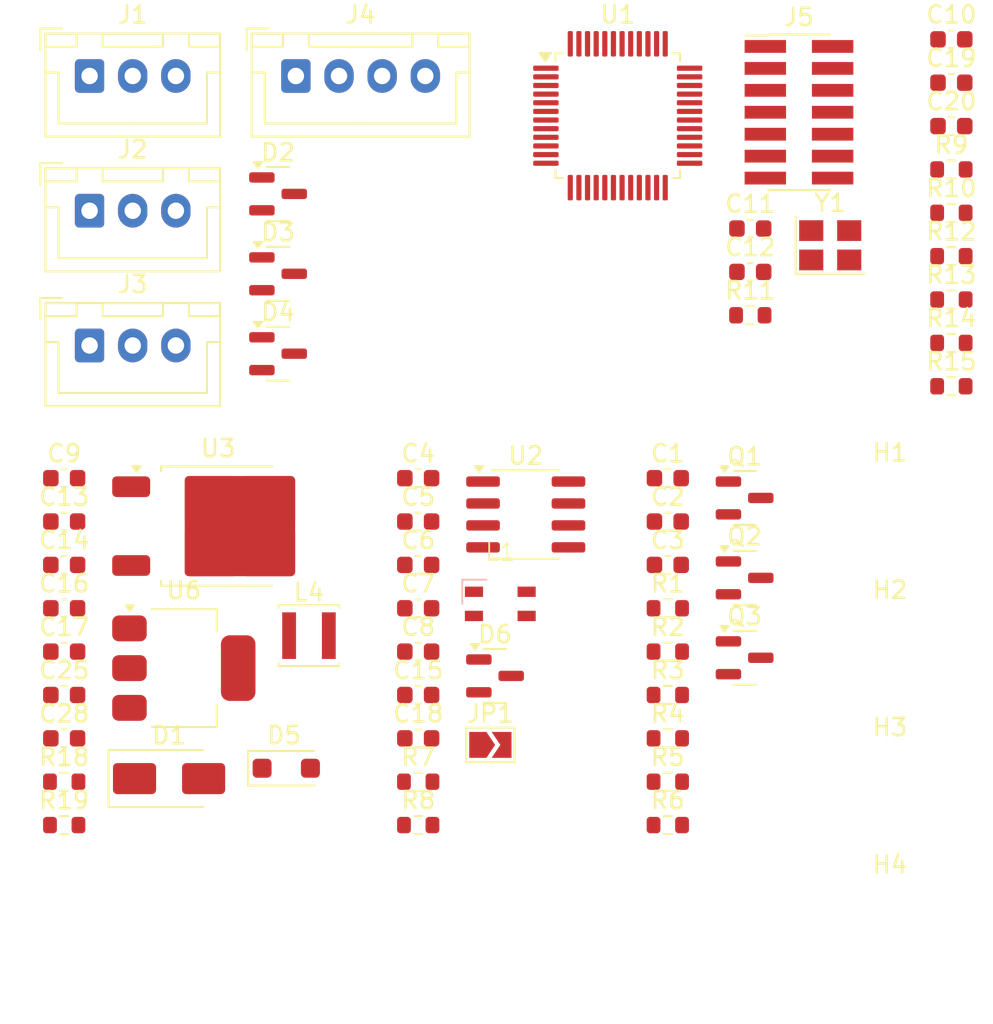
<source format=kicad_pcb>
(kicad_pcb (version 20240108) (generator "pcbnew") (generator_version "8.0")
  (layers (0 "F.Cu" signal) (31 "B.Cu" signal) (34 "B.Paste" user) (35 "F.Paste" user) (36 "B.SilkS" user "B.Silkscreen") (37 "F.SilkS" user "F.Silkscreen") (38 "B.Mask" user) (39 "F.Mask" user) (44 "Edge.Cuts" user))
  (net 0 "")
  (net 1 "/Connectors/FORWARD_LED")
  (net 2 "GND")
  (net 3 "/Connectors/NEUTRAL_LED")
  (net 4 "/Connectors/REVERSE_LED")
  (net 5 "+5V")
  (net 6 "+3.3V")
  (net 7 "Net-(U2-CANL)")
  (net 8 "Net-(U2-CANH)")
  (net 9 "/CAN/CANH")
  (net 10 "/CAN/CANL")
  (net 11 "+12V")
  (net 12 "/Buttons/FORWARD_PUSHED")
  (net 13 "Net-(C11-Pad1)")
  (net 14 "/MCU/OSC_IN")
  (net 15 "Net-(C15-Pad1)")
  (net 16 "/Buttons/NEUTRAL_PUSHED")
  (net 17 "/Buttons/REVERSE_PUSHED")
  (net 18 "/MCU/VSENSE")
  (net 19 "/Connectors/VIN")
  (net 20 "Net-(D1-K)")
  (net 21 "/Buttons/REVERSE_BUTTON")
  (net 22 "/Buttons/NEUTRAL_BUTTON")
  (net 23 "/Buttons/FORWARD_BUTTON")
  (net 25 "Net-(J5-GND-Pad5)")
  (net 37 "Net-(JP1-A)")
  (net 38 "Net-(Q1-D)")
  (net 39 "/LEDs/FORWARD_LIGHT")
  (net 40 "Net-(Q2-D)")
  (net 41 "/LEDs/NEUTRAL_LIGHT")
  (net 42 "/LEDs/REVERSE_LIGHT")
  (net 43 "Net-(Q3-D)")
  (net 44 "/MCU/OSC_OUT")
  (net 89 "/CAN/CAN_TX")
  (net 90 "/CAN/CAN_RX")
  (footprint "Connector_JST:JST_XH_B3B-XH-A_1x03_P2.50mm_Vertical" (layer "F.Cu") (at 120 82.59)
    (property "Reference" "J3" (at 2.5 -3.55 0) (layer "F.SilkS"))
    (property "Value" "REVERSE")
    (pad "1" thru_hole roundrect (at 0 0) (size 1.7 1.95) (drill 0.95) (layers "*.Cu" "*.Mask") (roundrect_rratio 0.147059) (net 5 "+5V"))
    (pad "2" thru_hole oval (at 2.5 0) (size 1.7 1.95) (drill 0.95) (layers "*.Cu" "*.Mask") (net 4 "/Connectors/REVERSE_LED"))
    (pad "3" thru_hole oval (at 5 0) (size 1.7 1.95) (drill 0.95) (layers "*.Cu" "*.Mask") (net 21 "/Buttons/REVERSE_BUTTON"))
  )
  (footprint "Capacitor_SMD:C_0603_1608Metric" (layer "F.Cu") (at 139.04 100.31)
    (property "Reference" "C8" (at 0 -1.43 0) (layer "F.SilkS"))
    (property "Value" "22pF")
    (pad "1" smd roundrect (at -0.775 0) (size 0.9 0.95) (layers "F.Cu" "F.Paste" "F.Mask") (net 9 "/CAN/CANH"))
    (pad "2" smd roundrect (at 0.775 0) (size 0.9 0.95) (layers "F.Cu" "F.Paste" "F.Mask") (net 10 "/CAN/CANL"))
  )
  (footprint "Capacitor_SMD:C_0603_1608Metric" (layer "F.Cu") (at 153.5 95.29)
    (property "Reference" "C3" (at 0 -1.43 0) (layer "F.SilkS"))
    (property "Value" "100nF")
    (pad "1" smd roundrect (at -0.775 0) (size 0.9 0.95) (layers "F.Cu" "F.Paste" "F.Mask") (net 4 "/Connectors/REVERSE_LED"))
    (pad "2" smd roundrect (at 0.775 0) (size 0.9 0.95) (layers "F.Cu" "F.Paste" "F.Mask") (net 2 "GND"))
  )
  (footprint "Resistor_SMD:R_0603_1608Metric" (layer "F.Cu") (at 153.5 110.35)
    (property "Reference" "R6" (at 0 -1.43 0) (layer "F.SilkS"))
    (property "Value" "R")
    (pad "1" smd roundrect (at -0.825 0) (size 0.8 0.95) (layers "F.Cu" "F.Paste" "F.Mask") (net 4 "/Connectors/REVERSE_LED"))
    (pad "2" smd roundrect (at 0.825 0) (size 0.8 0.95) (layers "F.Cu" "F.Paste" "F.Mask") (net 43 "Net-(Q3-D)"))
  )
  (footprint "Jumper:SolderJumper-2_P1.3mm_Open_TrianglePad1.0x1.5mm" (layer "F.Cu") (at 143.22 105.71)
    (property "Reference" "JP1" (at 0 -1.8 0) (layer "F.SilkS"))
    (property "Value" "TERM")
    (pad "1" smd custom (at -0.725 0) (size 0.3 0.3) (layers "F.Cu" "F.Mask") (net 37 "Net-(JP1-A)") (options (clearance outline) (anchor rect)) (primitives (gr_poly (pts (xy 1 0) (xy 0.5 0.75) (xy -0.5 0.75) (xy -0.5 -0.75) (xy 0.5 -0.75)) (width 0) (fill yes))))
    (pad "2" smd custom (at 0.725 0) (size 0.3 0.3) (layers "F.Cu" "F.Mask") (net 9 "/CAN/CANH") (options (clearance outline) (anchor rect)) (primitives (gr_poly (pts (xy 0.5 0.75) (xy -0.65 0.75) (xy -0.15 0) (xy -0.65 -0.75) (xy 0.5 -0.75)) (width 0) (fill yes))))
  )
  (footprint "Capacitor_SMD:C_0603_1608Metric" (layer "F.Cu") (at 118.53 95.29)
    (property "Reference" "C14" (at 0 -1.43 0) (layer "F.SilkS"))
    (property "Value" "10uF 25V")
    (pad "1" smd roundrect (at -0.775 0) (size 0.9 0.95) (layers "F.Cu" "F.Paste" "F.Mask") (net 5 "+5V"))
    (pad "2" smd roundrect (at 0.775 0) (size 0.9 0.95) (layers "F.Cu" "F.Paste" "F.Mask") (net 2 "GND"))
  )
  (footprint "Capacitor_SMD:C_0603_1608Metric" (layer "F.Cu") (at 118.53 90.27)
    (property "Reference" "C9" (at 0 -1.43 0) (layer "F.SilkS"))
    (property "Value" "10uF 25V")
    (pad "1" smd roundrect (at -0.775 0) (size 0.9 0.95) (layers "F.Cu" "F.Paste" "F.Mask") (net 11 "+12V"))
    (pad "2" smd roundrect (at 0.775 0) (size 0.9 0.95) (layers "F.Cu" "F.Paste" "F.Mask") (net 2 "GND"))
  )
  (footprint "Connector_PinHeader_1.27mm:PinHeader_2x07_P1.27mm_Vertical_SMD" (layer "F.Cu") (at 161.1 69.09)
    (property "Reference" "J5" (at 0 -5.505 0) (layer "F.SilkS"))
    (property "Value" "DEBUG")
    (pad "1" smd rect (at -1.95 -3.81) (size 2.4 0.74) (layers "F.Cu" "F.Paste" "F.Mask"))
    (pad "2" smd rect (at 1.95 -3.81) (size 2.4 0.74) (layers "F.Cu" "F.Paste" "F.Mask"))
    (pad "3" smd rect (at -1.95 -2.54) (size 2.4 0.74) (layers "F.Cu" "F.Paste" "F.Mask"))
    (pad "4" smd rect (at 1.95 -2.54) (size 2.4 0.74) (layers "F.Cu" "F.Paste" "F.Mask"))
    (pad "5" smd rect (at -1.95 -1.27) (size 2.4 0.74) (layers "F.Cu" "F.Paste" "F.Mask") (net 25 "Net-(J5-GND-Pad5)"))
    (pad "6" smd rect (at 1.95 -1.27) (size 2.4 0.74) (layers "F.Cu" "F.Paste" "F.Mask"))
    (pad "7" smd rect (at -1.95 0) (size 2.4 0.74) (layers "F.Cu" "F.Paste" "F.Mask") (net 25 "Net-(J5-GND-Pad5)"))
    (pad "8" smd rect (at 1.95 0) (size 2.4 0.74) (layers "F.Cu" "F.Paste" "F.Mask"))
    (pad "9" smd rect (at -1.95 1.27) (size 2.4 0.74) (layers "F.Cu" "F.Paste" "F.Mask"))
    (pad "10" smd rect (at 1.95 1.27) (size 2.4 0.74) (layers "F.Cu" "F.Paste" "F.Mask"))
    (pad "11" smd rect (at -1.95 2.54) (size 2.4 0.74) (layers "F.Cu" "F.Paste" "F.Mask"))
    (pad "12" smd rect (at 1.95 2.54) (size 2.4 0.74) (layers "F.Cu" "F.Paste" "F.Mask"))
    (pad "13" smd rect (at -1.95 3.81) (size 2.4 0.74) (layers "F.Cu" "F.Paste" "F.Mask"))
    (pad "14" smd rect (at 1.95 3.81) (size 2.4 0.74) (layers "F.Cu" "F.Paste" "F.Mask"))
  )
  (footprint "Resistor_SMD:R_0603_1608Metric" (layer "F.Cu") (at 153.5 102.82)
    (property "Reference" "R3" (at 0 -1.43 0) (layer "F.SilkS"))
    (property "Value" "10k")
    (pad "1" smd roundrect (at -0.825 0) (size 0.8 0.95) (layers "F.Cu" "F.Paste" "F.Mask") (net 41 "/LEDs/NEUTRAL_LIGHT"))
    (pad "2" smd roundrect (at 0.825 0) (size 0.8 0.95) (layers "F.Cu" "F.Paste" "F.Mask") (net 2 "GND"))
  )
  (footprint "Diode_SMD:D_SOD-123F" (layer "F.Cu") (at 131.395 107.06)
    (property "Reference" "D5" (at -0.127 -1.905 0) (layer "F.SilkS"))
    (property "Value" "BZT52B3V3")
    (pad "1" smd roundrect (at -1.4 0) (size 1.1 1.1) (layers "F.Cu" "F.Paste" "F.Mask") (roundrect_rratio 0.2272727273) (net 18 "/MCU/VSENSE"))
    (pad "2" smd roundrect (at 1.4 0) (size 1.1 1.1) (layers "F.Cu" "F.Paste" "F.Mask") (roundrect_rratio 0.2272727273) (net 2 "GND"))
  )
  (footprint "Capacitor_SMD:C_0603_1608Metric" (layer "F.Cu") (at 139.04 102.82)
    (property "Reference" "C15" (at 0 -1.43 0) (layer "F.SilkS"))
    (property "Value" "22pF")
    (pad "1" smd roundrect (at -0.775 0) (size 0.9 0.95) (layers "F.Cu" "F.Paste" "F.Mask") (net 15 "Net-(C15-Pad1)"))
    (pad "2" smd roundrect (at 0.775 0) (size 0.9 0.95) (layers "F.Cu" "F.Paste" "F.Mask") (net 2 "GND"))
  )
  (footprint "Package_TO_SOT_SMD:SOT-23" (layer "F.Cu") (at 157.95 100.665)
    (property "Reference" "Q3" (at 0 -2.4 0) (layer "F.SilkS"))
    (property "Value" "2N7002")
    (pad "1" smd roundrect (at -0.9375 -0.95) (size 1.475 0.6) (layers "F.Cu" "F.Paste" "F.Mask") (net 42 "/LEDs/REVERSE_LIGHT"))
    (pad "2" smd roundrect (at -0.9375 0.95) (size 1.475 0.6) (layers "F.Cu" "F.Paste" "F.Mask") (net 2 "GND"))
    (pad "3" smd roundrect (at 0.9375 0) (size 1.475 0.6) (layers "F.Cu" "F.Paste" "F.Mask") (net 43 "Net-(Q3-D)"))
  )
  (footprint "Package_TO_SOT_SMD:SOT-23" (layer "F.Cu") (at 157.95 96.04)
    (property "Reference" "Q2" (at 0 -2.4 0) (layer "F.SilkS"))
    (property "Value" "2N7002")
    (pad "1" smd roundrect (at -0.9375 -0.95) (size 1.475 0.6) (layers "F.Cu" "F.Paste" "F.Mask") (net 41 "/LEDs/NEUTRAL_LIGHT"))
    (pad "2" smd roundrect (at -0.9375 0.95) (size 1.475 0.6) (layers "F.Cu" "F.Paste" "F.Mask") (net 2 "GND"))
    (pad "3" smd roundrect (at 0.9375 0) (size 1.475 0.6) (layers "F.Cu" "F.Paste" "F.Mask") (net 40 "Net-(Q2-D)"))
  )
  (footprint "Package_TO_SOT_SMD:SOT-223-3_TabPin2" (layer "F.Cu") (at 125.46 101.265)
    (property "Reference" "U6" (at 0 -4.5 0) (layer "F.SilkS"))
    (property "Value" "AMS1117-3.3")
    (pad "1" smd roundrect (at -3.15 -2.3) (size 2 1.5) (layers "F.Cu" "F.Paste" "F.Mask") (net 2 "GND"))
    (pad "2" smd roundrect (at -3.15 0) (size 2 1.5) (layers "F.Cu" "F.Paste" "F.Mask") (net 6 "+3.3V"))
    (pad "2" smd roundrect (at 3.15 0) (size 2 3.8) (layers "F.Cu" "F.Paste" "F.Mask") (net 6 "+3.3V"))
    (pad "3" smd roundrect (at -3.15 2.3) (size 2 1.5) (layers "F.Cu" "F.Paste" "F.Mask") (net 5 "+5V"))
  )
  (footprint "Capacitor_SMD:C_0603_1608Metric" (layer "F.Cu") (at 118.53 92.78)
    (property "Reference" "C13" (at 0 -1.43 0) (layer "F.SilkS"))
    (property "Value" "10uF 25V")
    (pad "1" smd roundrect (at -0.775 0) (size 0.9 0.95) (layers "F.Cu" "F.Paste" "F.Mask") (net 11 "+12V"))
    (pad "2" smd roundrect (at 0.775 0) (size 0.9 0.95) (layers "F.Cu" "F.Paste" "F.Mask") (net 2 "GND"))
  )
  (footprint "Capacitor_SMD:C_0603_1608Metric" (layer "F.Cu") (at 169.93 64.87)
    (property "Reference" "C10" (at 0 -1.43 0) (layer "F.SilkS"))
    (property "Value" "100nF")
    (pad "1" smd roundrect (at -0.775 0) (size 0.9 0.95) (layers "F.Cu" "F.Paste" "F.Mask") (net 12 "/Buttons/FORWARD_PUSHED"))
    (pad "2" smd roundrect (at 0.775 0) (size 0.9 0.95) (layers "F.Cu" "F.Paste" "F.Mask") (net 2 "GND"))
  )
  (footprint "Resistor_SMD:R_0603_1608Metric" (layer "F.Cu") (at 153.5 107.84)
    (property "Reference" "R5" (at 0 -1.43 0) (layer "F.SilkS"))
    (property "Value" "10k")
    (pad "1" smd roundrect (at -0.825 0) (size 0.8 0.95) (layers "F.Cu" "F.Paste" "F.Mask") (net 42 "/LEDs/REVERSE_LIGHT"))
    (pad "2" smd roundrect (at 0.825 0) (size 0.8 0.95) (layers "F.Cu" "F.Paste" "F.Mask") (net 2 "GND"))
  )
  (footprint "Connector_JST:JST_XH_B4B-XH-A_1x04_P2.50mm_Vertical" (layer "F.Cu") (at 131.95 66.99)
    (property "Reference" "J4" (at 3.75 -3.55 0) (layer "F.SilkS"))
    (property "Value" "MAIN")
    (pad "1" thru_hole roundrect (at 0 0) (size 1.7 1.95) (drill 0.95) (layers "*.Cu" "*.Mask") (roundrect_rratio 0.147059) (net 2 "GND"))
    (pad "2" thru_hole oval (at 2.5 0) (size 1.7 1.95) (drill 0.95) (layers "*.Cu" "*.Mask") (net 19 "/Connectors/VIN"))
    (pad "3" thru_hole oval (at 5 0) (size 1.7 1.95) (drill 0.95) (layers "*.Cu" "*.Mask") (net 10 "/CAN/CANL"))
    (pad "4" thru_hole oval (at 7.5 0) (size 1.7 1.95) (drill 0.95) (layers "*.Cu" "*.Mask") (net 9 "/CAN/CANH"))
  )
  (footprint "Capacitor_SMD:C_0603_1608Metric" (layer "F.Cu") (at 139.04 105.33)
    (property "Reference" "C18" (at 0 -1.43 0) (layer "F.SilkS"))
    (property "Value" "22pF")
    (pad "1" smd roundrect (at -0.775 0) (size 0.9 0.95) (layers "F.Cu" "F.Paste" "F.Mask") (net 8 "Net-(U2-CANH)"))
    (pad "2" smd roundrect (at 0.775 0) (size 0.9 0.95) (layers "F.Cu" "F.Paste" "F.Mask") (net 2 "GND"))
  )
  (footprint "Resistor_SMD:R_0603_1608Metric" (layer "F.Cu") (at 139.04 110.35)
    (property "Reference" "R8" (at 0 -1.43 0) (layer "F.SilkS"))
    (property "Value" "60")
    (pad "1" smd roundrect (at -0.825 0) (size 0.8 0.95) (layers "F.Cu" "F.Paste" "F.Mask") (net 15 "Net-(C15-Pad1)"))
    (pad "2" smd roundrect (at 0.825 0) (size 0.8 0.95) (layers "F.Cu" "F.Paste" "F.Mask") (net 37 "Net-(JP1-A)"))
  )
  (footprint "Capacitor_SMD:C_0603_1608Metric" (layer "F.Cu") (at 158.28 75.82)
    (property "Reference" "C11" (at 0 -1.43 0) (layer "F.SilkS"))
    (property "Value" "22pF")
    (pad "1" smd roundrect (at -0.775 0) (size 0.9 0.95) (layers "F.Cu" "F.Paste" "F.Mask") (net 13 "Net-(C11-Pad1)"))
    (pad "2" smd roundrect (at 0.775 0) (size 0.9 0.95) (layers "F.Cu" "F.Paste" "F.Mask") (net 2 "GND"))
  )
  (footprint "Capacitor_SMD:C_0603_1608Metric" (layer "F.Cu") (at 139.04 95.29)
    (property "Reference" "C6" (at 0 -1.43 0) (layer "F.SilkS"))
    (property "Value" "22pF")
    (pad "1" smd roundrect (at -0.775 0) (size 0.9 0.95) (layers "F.Cu" "F.Paste" "F.Mask") (net 7 "Net-(U2-CANL)"))
    (pad "2" smd roundrect (at 0.775 0) (size 0.9 0.95) (layers "F.Cu" "F.Paste" "F.Mask") (net 2 "GND"))
  )
  (footprint "Package_TO_SOT_SMD:SOT-23" (layer "F.Cu") (at 130.92 83.065)
    (property "Reference" "D4" (at 0 -2.4 0) (layer "F.SilkS"))
    (property "Value" "NUP2105L")
    (pad "1" smd roundrect (at -0.9375 -0.95) (size 1.475 0.6) (layers "F.Cu" "F.Paste" "F.Mask") (net 23 "/Buttons/FORWARD_BUTTON"))
    (pad "2" smd roundrect (at -0.9375 0.95) (size 1.475 0.6) (layers "F.Cu" "F.Paste" "F.Mask") (net 1 "/Connectors/FORWARD_LED"))
    (pad "3" smd roundrect (at 0.9375 0) (size 1.475 0.6) (layers "F.Cu" "F.Paste" "F.Mask") (net 2 "GND"))
  )
  (footprint "MountingHole:MountingHole_3.2mm_M3" (layer "F.Cu") (at 166.37 92.99)
    (property "Reference" "H1" (at 0 -4.2 0) (layer "F.SilkS"))
    (property "Value" "MountingHole")
    (pad "" np_thru_hole circle (at 0 0) (size 3.2 3.2) (drill 3.2) (layers "*.Cu" "*.Mask"))
  )
  (footprint "Resistor_SMD:R_0603_1608Metric" (layer "F.Cu") (at 153.5 105.33)
    (property "Reference" "R4" (at 0 -1.43 0) (layer "F.SilkS"))
    (property "Value" "R")
    (pad "1" smd roundrect (at -0.825 0) (size 0.8 0.95) (layers "F.Cu" "F.Paste" "F.Mask") (net 3 "/Connectors/NEUTRAL_LED"))
    (pad "2" smd roundrect (at 0.825 0) (size 0.8 0.95) (layers "F.Cu" "F.Paste" "F.Mask") (net 40 "Net-(Q2-D)"))
  )
  (footprint "aphid:ACT1210D" (layer "F.Cu") (at 143.795 97.545)
    (property "Reference" "L1" (at 0 -3 0) (layer "F.SilkS") (effects (font (thickness 0.1))))
    (property "Value" "ACT1210D")
    (pad "1" smd rect (at -1.525 -0.7) (size 1.05 0.6) (layers "F.Cu" "F.Paste" "F.Mask") (net 8 "Net-(U2-CANH)"))
    (pad "2" smd rect (at -1.526 0.7) (size 1.05 0.6) (layers "F.Cu" "F.Paste" "F.Mask") (net 7 "Net-(U2-CANL)"))
    (pad "3" smd rect (at 1.525 0.7) (size 1.05 0.6) (layers "F.Cu" "F.Paste" "F.Mask") (net 10 "/CAN/CANL"))
    (pad "4" smd rect (at 1.525 -0.7) (size 1.05 0.6) (layers "F.Cu" "F.Paste" "F.Mask") (net 9 "/CAN/CANH"))
  )
  (footprint "Diode_SMD:D_SMA" (layer "F.Cu") (at 124.605 107.66)
    (property "Reference" "D1" (at 0 -2.5 0) (layer "F.SilkS"))
    (property "Value" "SS34")
    (pad "1" smd roundrect (at -2 0) (size 2.5 1.8) (layers "F.Cu" "F.Paste" "F.Mask") (roundrect_rratio 0.1388888889) (net 20 "Net-(D1-K)"))
    (pad "2" smd roundrect (at 2 0) (size 2.5 1.8) (layers "F.Cu" "F.Paste" "F.Mask") (roundrect_rratio 0.1388888889) (net 19 "/Connectors/VIN"))
  )
  (footprint "Inductor_SMD:L_Sunlord_SWPA3015S" (layer "F.Cu") (at 132.71 99.385)
    (property "Reference" "L4" (at 0 -2.5 0) (layer "F.SilkS"))
    (property "Value" "L")
    (pad "1" smd rect (at -1.15 0) (size 0.8 2.7) (layers "F.Cu" "F.Paste" "F.Mask") (net 20 "Net-(D1-K)"))
    (pad "2" smd rect (at 1.15 0) (size 0.8 2.7) (layers "F.Cu" "F.Paste" "F.Mask") (net 11 "+12V"))
  )
  (footprint "Capacitor_SMD:C_0603_1608Metric" (layer "F.Cu") (at 169.93 69.89)
    (property "Reference" "C20" (at 0 -1.43 0) (layer "F.SilkS"))
    (property "Value" "100nF")
    (pad "1" smd roundrect (at -0.775 0) (size 0.9 0.95) (layers "F.Cu" "F.Paste" "F.Mask") (net 17 "/Buttons/REVERSE_PUSHED"))
    (pad "2" smd roundrect (at 0.775 0) (size 0.9 0.95) (layers "F.Cu" "F.Paste" "F.Mask") (net 2 "GND"))
  )
  (footprint "Resistor_SMD:R_0603_1608Metric" (layer "F.Cu") (at 169.93 84.95)
    (property "Reference" "R15" (at 0 -1.43 0) (layer "F.SilkS"))
    (property "Value" "22k")
    (pad "1" smd roundrect (at -0.825 0) (size 0.8 0.95) (layers "F.Cu" "F.Paste" "F.Mask") (net 17 "/Buttons/REVERSE_PUSHED"))
    (pad "2" smd roundrect (at 0.825 0) (size 0.8 0.95) (layers "F.Cu" "F.Paste" "F.Mask") (net 2 "GND"))
  )
  (footprint "Capacitor_SMD:C_0603_1608Metric" (layer "F.Cu") (at 153.5 92.78)
    (property "Reference" "C2" (at 0 -1.43 0) (layer "F.SilkS"))
    (property "Value" "100nF")
    (pad "1" smd roundrect (at -0.775 0) (size 0.9 0.95) (layers "F.Cu" "F.Paste" "F.Mask") (net 3 "/Connectors/NEUTRAL_LED"))
    (pad "2" smd roundrect (at 0.775 0) (size 0.9 0.95) (layers "F.Cu" "F.Paste" "F.Mask") (net 2 "GND"))
  )
  (footprint "Capacitor_SMD:C_0603_1608Metric" (layer "F.Cu") (at 139.04 92.78)
    (property "Reference" "C5" (at 0 -1.43 0) (layer "F.SilkS"))
    (property "Value" "100nF")
    (pad "1" smd roundrect (at -0.775 0) (size 0.9 0.95) (layers "F.Cu" "F.Paste" "F.Mask") (net 6 "+3.3V"))
    (pad "2" smd roundrect (at 0.775 0) (size 0.9 0.95) (layers "F.Cu" "F.Paste" "F.Mask") (net 2 "GND"))
  )
  (footprint "Crystal:Crystal_SMD_3225-4Pin_3.2x2.5mm" (layer "F.Cu") (at 162.91 76.79)
    (property "Reference" "Y1" (at 0 -2.45 0) (layer "F.SilkS"))
    (property "Value" "16 MHz")
    (pad "1" smd rect (at -1.1 0.85) (size 1.4 1.2) (layers "F.Cu" "F.Paste" "F.Mask") (net 13 "Net-(C11-Pad1)"))
    (pad "2" smd rect (at 1.1 0.85) (size 1.4 1.2) (layers "F.Cu" "F.Paste" "F.Mask") (net 2 "GND"))
    (pad "3" smd rect (at 1.1 -0.85) (size 1.4 1.2) (layers "F.Cu" "F.Paste" "F.Mask") (net 14 "/MCU/OSC_IN"))
    (pad "4" smd rect (at -1.1 -0.85) (size 1.4 1.2) (layers "F.Cu" "F.Paste" "F.Mask") (net 2 "GND"))
  )
  (footprint "Capacitor_SMD:C_0603_1608Metric" (layer "F.Cu") (at 158.28 78.33)
    (property "Reference" "C12" (at 0 -1.43 0) (layer "F.SilkS"))
    (property "Value" "22pF")
    (pad "1" smd roundrect (at -0.775 0) (size 0.9 0.95) (layers "F.Cu" "F.Paste" "F.Mask") (net 14 "/MCU/OSC_IN"))
    (pad "2" smd roundrect (at 0.775 0) (size 0.9 0.95) (layers "F.Cu" "F.Paste" "F.Mask") (net 2 "GND"))
  )
  (footprint "Package_TO_SOT_SMD:SOT-23" (layer "F.Cu") (at 143.49 101.715)
    (property "Reference" "D6" (at 0 -2.4 0) (layer "F.SilkS"))
    (property "Value" "NUP2105L")
    (pad "1" smd roundrect (at -0.9375 -0.95) (size 1.475 0.6) (layers "F.Cu" "F.Paste" "F.Mask") (net 7 "Net-(U2-CANL)"))
    (pad "2" smd roundrect (at -0.9375 0.95) (size 1.475 0.6) (layers "F.Cu" "F.Paste" "F.Mask") (net 8 "Net-(U2-CANH)"))
    (pad "3" smd roundrect (at 0.9375 0) (size 1.475 0.6) (layers "F.Cu" "F.Paste" "F.Mask") (net 2 "GND"))
  )
  (footprint "Resistor_SMD:R_0603_1608Metric" (layer "F.Cu") (at 169.93 74.91)
    (property "Reference" "R10" (at 0 -1.43 0) (layer "F.SilkS"))
    (property "Value" "22k")
    (pad "1" smd roundrect (at -0.825 0) (size 0.8 0.95) (layers "F.Cu" "F.Paste" "F.Mask") (net 12 "/Buttons/FORWARD_PUSHED"))
    (pad "2" smd roundrect (at 0.825 0) (size 0.8 0.95) (layers "F.Cu" "F.Paste" "F.Mask") (net 2 "GND"))
  )
  (footprint "Capacitor_SMD:C_0603_1608Metric" (layer "F.Cu") (at 118.53 105.33)
    (property "Reference" "C28" (at 0 -1.43 0) (layer "F.SilkS"))
    (property "Value" "10uF 25V")
    (pad "1" smd roundrect (at -0.775 0) (size 0.9 0.95) (layers "F.Cu" "F.Paste" "F.Mask") (net 11 "+12V"))
    (pad "2" smd roundrect (at 0.775 0) (size 0.9 0.95) (layers "F.Cu" "F.Paste" "F.Mask") (net 2 "GND"))
  )
  (footprint "Capacitor_SMD:C_0603_1608Metric" (layer "F.Cu") (at 118.53 97.8)
    (property "Reference" "C16" (at 0 -1.43 0) (layer "F.SilkS"))
    (property "Value" "10uF 25V")
    (pad "1" smd roundrect (at -0.775 0) (size 0.9 0.95) (layers "F.Cu" "F.Paste" "F.Mask") (net 11 "+12V"))
    (pad "2" smd roundrect (at 0.775 0) (size 0.9 0.95) (layers "F.Cu" "F.Paste" "F.Mask") (net 2 "GND"))
  )
  (footprint "Resistor_SMD:R_0603_1608Metric" (layer "F.Cu") (at 153.5 97.8)
    (property "Reference" "R1" (at 0 -1.43 0) (layer "F.SilkS"))
    (property "Value" "R")
    (pad "1" smd roundrect (at -0.825 0) (size 0.8 0.95) (layers "F.Cu" "F.Paste" "F.Mask") (net 1 "/Connectors/FORWARD_LED"))
    (pad "2" smd roundrect (at 0.825 0) (size 0.8 0.95) (layers "F.Cu" "F.Paste" "F.Mask") (net 38 "Net-(Q1-D)"))
  )
  (footprint "Package_TO_SOT_SMD:SOT-23" (layer "F.Cu") (at 157.95 91.415)
    (property "Reference" "Q1" (at 0 -2.4 0) (layer "F.SilkS"))
    (property "Value" "2N7002")
    (pad "1" smd roundrect (at -0.9375 -0.95) (size 1.475 0.6) (layers "F.Cu" "F.Paste" "F.Mask") (net 39 "/LEDs/FORWARD_LIGHT"))
    (pad "2" smd roundrect (at -0.9375 0.95) (size 1.475 0.6) (layers "F.Cu" "F.Paste" "F.Mask") (net 2 "GND"))
    (pad "3" smd roundrect (at 0.9375 0) (size 1.475 0.6) (layers "F.Cu" "F.Paste" "F.Mask") (net 38 "Net-(Q1-D)"))
  )
  (footprint "Resistor_SMD:R_0603_1608Metric" (layer "F.Cu") (at 169.93 72.4)
    (property "Reference" "R9" (at 0 -1.43 0) (layer "F.SilkS"))
    (property "Value" "12k")
    (pad "1" smd roundrect (at -0.825 0) (size 0.8 0.95) (layers "F.Cu" "F.Paste" "F.Mask") (net 23 "/Buttons/FORWARD_BUTTON"))
    (pad "2" smd roundrect (at 0.825 0) (size 0.8 0.95) (layers "F.Cu" "F.Paste" "F.Mask") (net 12 "/Buttons/FORWARD_PUSHED"))
  )
  (footprint "Resistor_SMD:R_0603_1608Metric" (layer "F.Cu") (at 139.04 107.84)
    (property "Reference" "R7" (at 0 -1.43 0) (layer "F.SilkS"))
    (property "Value" "60")
    (pad "1" smd roundrect (at -0.825 0) (size 0.8 0.95) (layers "F.Cu" "F.Paste" "F.Mask") (net 15 "Net-(C15-Pad1)"))
    (pad "2" smd roundrect (at 0.825 0) (size 0.8 0.95) (layers "F.Cu" "F.Paste" "F.Mask") (net 10 "/CAN/CANL"))
  )
  (footprint "Connector_JST:JST_XH_B3B-XH-A_1x03_P2.50mm_Vertical" (layer "F.Cu") (at 120 66.99)
    (property "Reference" "J1" (at 2.5 -3.55 0) (layer "F.SilkS"))
    (property "Value" "FORWARD")
    (pad "1" thru_hole roundrect (at 0 0) (size 1.7 1.95) (drill 0.95) (layers "*.Cu" "*.Mask") (roundrect_rratio 0.147059) (net 5 "+5V"))
    (pad "2" thru_hole oval (at 2.5 0) (size 1.7 1.95) (drill 0.95) (layers "*.Cu" "*.Mask") (net 1 "/Connectors/FORWARD_LED"))
    (pad "3" thru_hole oval (at 5 0) (size 1.7 1.95) (drill 0.95) (layers "*.Cu" "*.Mask") (net 23 "/Buttons/FORWARD_BUTTON"))
  )
  (footprint "Resistor_SMD:R_0603_1608Metric" (layer "F.Cu") (at 158.28 80.84)
    (property "Reference" "R11" (at 0 -1.43 0) (layer "F.SilkS"))
    (property "Value" "22")
    (pad "1" smd roundrect (at -0.825 0) (size 0.8 0.95) (layers "F.Cu" "F.Paste" "F.Mask") (net 13 "Net-(C11-Pad1)"))
    (pad "2" smd roundrect (at 0.825 0) (size 0.8 0.95) (layers "F.Cu" "F.Paste" "F.Mask") (net 44 "/MCU/OSC_OUT"))
  )
  (footprint "Resistor_SMD:R_0603_1608Metric" (layer "F.Cu") (at 169.93 82.44)
    (property "Reference" "R14" (at 0 -1.43 0) (layer "F.SilkS"))
    (property "Value" "12k")
    (pad "1" smd roundrect (at -0.825 0) (size 0.8 0.95) (layers "F.Cu" "F.Paste" "F.Mask") (net 21 "/Buttons/REVERSE_BUTTON"))
    (pad "2" smd roundrect (at 0.825 0) (size 0.8 0.95) (layers "F.Cu" "F.Paste" "F.Mask") (net 17 "/Buttons/REVERSE_PUSHED"))
  )
  (footprint "Resistor_SMD:R_0603_1608Metric" (layer "F.Cu") (at 153.5 100.31)
    (property "Reference" "R2" (at 0 -1.43 0) (layer "F.SilkS"))
    (property "Value" "10k")
    (pad "1" smd roundrect (at -0.825 0) (size 0.8 0.95) (layers "F.Cu" "F.Paste" "F.Mask") (net 39 "/LEDs/FORWARD_LIGHT"))
    (pad "2" smd roundrect (at 0.825 0) (size 0.8 0.95) (layers "F.Cu" "F.Paste" "F.Mask") (net 2 "GND"))
  )
  (footprint "Capacitor_SMD:C_0603_1608Metric" (layer "F.Cu") (at 153.5 90.27)
    (property "Reference" "C1" (at 0 -1.43 0) (layer "F.SilkS"))
    (property "Value" "100nF")
    (pad "1" smd roundrect (at -0.775 0) (size 0.9 0.95) (layers "F.Cu" "F.Paste" "F.Mask") (net 1 "/Connectors/FORWARD_LED"))
    (pad "2" smd roundrect (at 0.775 0) (size 0.9 0.95) (layers "F.Cu" "F.Paste" "F.Mask") (net 2 "GND"))
  )
  (footprint "MountingHole:MountingHole_3.2mm_M3" (layer "F.Cu") (at 166.37 116.84)
    (property "Reference" "H4" (at 0 -4.2 0) (layer "F.SilkS"))
    (property "Value" "MountingHole")
    (pad "" np_thru_hole circle (at 0 0) (size 3.2 3.2) (drill 3.2) (layers "*.Cu" "*.Mask"))
  )
  (footprint "Capacitor_SMD:C_0603_1608Metric" (layer "F.Cu") (at 118.53 102.82)
    (property "Reference" "C25" (at 0 -1.43 0) (layer "F.SilkS"))
    (property "Value" "1uF")
    (pad "1" smd roundrect (at -0.775 0) (size 0.9 0.95) (layers "F.Cu" "F.Paste" "F.Mask") (net 18 "/MCU/VSENSE"))
    (pad "2" smd roundrect (at 0.775 0) (size 0.9 0.95) (layers "F.Cu" "F.Paste" "F.Mask") (net 2 "GND"))
  )
  (footprint "Capacitor_SMD:C_0603_1608Metric" (layer "F.Cu") (at 118.53 100.31)
    (property "Reference" "C17" (at 0 -1.43 0) (layer "F.SilkS"))
    (property "Value" "10uF 25V")
    (pad "1" smd roundrect (at -0.775 0) (size 0.9 0.95) (layers "F.Cu" "F.Paste" "F.Mask") (net 6 "+3.3V"))
    (pad "2" smd roundrect (at 0.775 0) (size 0.9 0.95) (layers "F.Cu" "F.Paste" "F.Mask") (net 2 "GND"))
  )
  (footprint "MountingHole:MountingHole_3.2mm_M3" (layer "F.Cu") (at 166.37 100.94)
    (property "Reference" "H2" (at 0 -4.2 0) (layer "F.SilkS"))
    (property "Value" "MountingHole")
    (pad "" np_thru_hole circle (at 0 0) (size 3.2 3.2) (drill 3.2) (layers "*.Cu" "*.Mask"))
  )
  (footprint "MountingHole:MountingHole_3.2mm_M3" (layer "F.Cu") (at 166.37 108.89)
    (property "Reference" "H3" (at 0 -4.2 0) (layer "F.SilkS"))
    (property "Value" "MountingHole")
    (pad "" np_thru_hole circle (at 0 0) (size 3.2 3.2) (drill 3.2) (layers "*.Cu" "*.Mask"))
  )
  (footprint "Package_TO_SOT_SMD:TO-252-2" (layer "F.Cu") (at 127.45 93.045)
    (property "Reference" "U3" (at 0 -4.5 0) (layer "F.SilkS"))
    (property "Value" "LM78M05_TO252")
    (pad "1" smd roundrect (at -5.04 -2.28) (size 2.2 1.2) (layers "F.Cu" "F.Paste" "F.Mask") (roundrect_rratio 0.208333) (net 11 "+12V"))
    (pad "2" smd roundrect (at -0.415 -1.525) (size 3.05 2.75) (layers "F.Cu" "F.Paste") (roundrect_rratio 0.090909) (net 2 "GND"))
    (pad "2" smd roundrect (at -0.415 1.525) (size 3.05 2.75) (layers "F.Cu" "F.Paste") (roundrect_rratio 0.090909) (net 2 "GND"))
    (pad "2" smd roundrect (at 1.26 0) (size 6.4 5.8) (layers "F.Cu" "F.Mask") (roundrect_rratio 0.043103) (net 2 "GND"))
    (pad "2" smd roundrect (at 2.935 -1.525) (size 3.05 2.75) (layers "F.Cu" "F.Paste") (roundrect_rratio 0.090909) (net 2 "GND"))
    (pad "2" smd roundrect (at 2.935 1.525) (size 3.05 2.75) (layers "F.Cu" "F.Paste") (roundrect_rratio 0.090909) (net 2 "GND"))
    (pad "3" smd roundrect (at -5.04 2.28) (size 2.2 1.2) (layers "F.Cu" "F.Paste" "F.Mask") (roundrect_rratio 0.208333) (net 5 "+5V"))
  )
  (footprint "Capacitor_SMD:C_0603_1608Metric" (layer "F.Cu") (at 139.04 97.8)
    (property "Reference" "C7" (at 0 -1.43 0) (layer "F.SilkS"))
    (property "Value" "22pF")
    (pad "1" smd roundrect (at -0.775 0) (size 0.9 0.95) (layers "F.Cu" "F.Paste" "F.Mask") (net 8 "Net-(U2-CANH)"))
    (pad "2" smd roundrect (at 0.775 0) (size 0.9 0.95) (layers "F.Cu" "F.Paste" "F.Mask") (net 7 "Net-(U2-CANL)"))
  )
  (footprint "Capacitor_SMD:C_0603_1608Metric" (layer "F.Cu") (at 139.04 90.27)
    (property "Reference" "C4" (at 0 -1.43 0) (layer "F.SilkS"))
    (property "Value" "100nF")
    (pad "1" smd roundrect (at -0.775 0) (size 0.9 0.95) (layers "F.Cu" "F.Paste" "F.Mask") (net 5 "+5V"))
    (pad "2" smd roundrect (at 0.775 0) (size 0.9 0.95) (layers "F.Cu" "F.Paste" "F.Mask") (net 2 "GND"))
  )
  (footprint "Connector_JST:JST_XH_B3B-XH-A_1x03_P2.50mm_Vertical" (layer "F.Cu") (at 120 74.79)
    (property "Reference" "J2" (at 2.5 -3.55 0) (layer "F.SilkS"))
    (property "Value" "NEUTRAL")
    (pad "1" thru_hole roundrect (at 0 0) (size 1.7 1.95) (drill 0.95) (layers "*.Cu" "*.Mask") (roundrect_rratio 0.147059) (net 5 "+5V"))
    (pad "2" thru_hole oval (at 2.5 0) (size 1.7 1.95) (drill 0.95) (layers "*.Cu" "*.Mask") (net 3 "/Connectors/NEUTRAL_LED"))
    (pad "3" thru_hole oval (at 5 0) (size 1.7 1.95) (drill 0.95) (layers "*.Cu" "*.Mask") (net 22 "/Buttons/NEUTRAL_BUTTON"))
  )
  (footprint "Package_SO:SOIC-8_3.9x4.9mm_P1.27mm" (layer "F.Cu") (at 145.27 92.37)
    (property "Reference" "U2" (at 0 -3.4 0) (layer "F.SilkS"))
    (property "Value" "TJA1042T-3")
    (pad "1" smd roundrect (at -2.475 -1.905) (size 1.95 0.6) (layers "F.Cu" "F.Paste" "F.Mask") (net 89 "/CAN/CAN_TX"))
    (pad "2" smd roundrect (at -2.475 -0.635) (size 1.95 0.6) (layers "F.Cu" "F.Paste" "F.Mask") (net 2 "GND"))
    (pad "3" smd roundrect (at -2.475 0.635) (size 1.95 0.6) (layers "F.Cu" "F.Paste" "F.Mask") (net 5 "+5V"))
    (pad "4" smd roundrect (at -2.475 1.905) (size 1.95 0.6) (layers "F.Cu" "F.Paste" "F.Mask") (net 90 "/CAN/CAN_RX"))
    (pad "5" smd roundrect (at 2.475 1.905) (size 1.95 0.6) (layers "F.Cu" "F.Paste" "F.Mask") (net 6 "+3.3V"))
    (pad "6" smd roundrect (at 2.475 0.635) (size 1.95 0.6) (layers "F.Cu" "F.Paste" "F.Mask") (net 7 "Net-(U2-CANL)"))
    (pad "7" smd roundrect (at 2.475 -0.635) (size 1.95 0.6) (layers "F.Cu" "F.Paste" "F.Mask") (net 8 "Net-(U2-CANH)"))
    (pad "8" smd roundrect (at 2.475 -1.905) (size 1.95 0.6) (layers "F.Cu" "F.Paste" "F.Mask") (net 2 "GND"))
  )
  (footprint "Resistor_SMD:R_0603_1608Metric" (layer "F.Cu") (at 169.93 79.93)
    (property "Reference" "R13" (at 0 -1.43 0) (layer "F.SilkS"))
    (property "Value" "22k")
    (pad "1" smd roundrect (at -0.825 0) (size 0.8 0.95) (layers "F.Cu" "F.Paste" "F.Mask") (net 16 "/Buttons/NEUTRAL_PUSHED"))
    (pad "2" smd roundrect (at 0.825 0) (size 0.8 0.95) (layers "F.Cu" "F.Paste" "F.Mask") (net 2 "GND"))
  )
  (footprint "Package_TO_SOT_SMD:SOT-23" (layer "F.Cu") (at 130.92 78.44)
    (property "Reference" "D3" (at 0 -2.4 0) (layer "F.SilkS"))
    (property "Value" "NUP2105L")
    (pad "1" smd roundrect (at -0.9375 -0.95) (size 1.475 0.6) (layers "F.Cu" "F.Paste" "F.Mask") (net 22 "/Buttons/NEUTRAL_BUTTON"))
    (pad "2" smd roundrect (at -0.9375 0.95) (size 1.475 0.6) (layers "F.Cu" "F.Paste" "F.Mask") (net 3 "/Connectors/NEUTRAL_LED"))
    (pad "3" smd roundrect (at 0.9375 0) (size 1.475 0.6) (layers "F.Cu" "F.Paste" "F.Mask") (net 2 "GND"))
  )
  (footprint "Capacitor_SMD:C_0603_1608Metric" (layer "F.Cu") (at 169.93 67.38)
    (property "Reference" "C19" (at 0 -1.43 0) (layer "F.SilkS"))
    (property "Value" "100nF")
    (pad "1" smd roundrect (at -0.775 0) (size 0.9 0.95) (layers "F.Cu" "F.Paste" "F.Mask") (net 16 "/Buttons/NEUTRAL_PUSHED"))
    (pad "2" smd roundrect (at 0.775 0) (size 0.9 0.95) (layers "F.Cu" "F.Paste" "F.Mask") (net 2 "GND"))
  )
  (footprint "Resistor_SMD:R_0603_1608Metric" (layer "F.Cu") (at 118.53 110.35)
    (property "Reference" "R19" (at 0 -1.43 0) (layer "F.SilkS"))
    (property "Value" "10k")
    (pad "1" smd roundrect (at -0.825 0) (size 0.8 0.95) (layers "F.Cu" "F.Paste" "F.Mask") (net 2 "GND"))
    (pad "2" smd roundrect (at 0.825 0) (size 0.8 0.95) (layers "F.Cu" "F.Paste" "F.Mask") (net 18 "/MCU/VSENSE"))
  )
  (footprint "Package_TO_SOT_SMD:SOT-23" (layer "F.Cu") (at 130.92 73.815)
    (property "Reference" "D2" (at 0 -2.4 0) (layer "F.SilkS"))
    (property "Value" "NUP2105L")
    (pad "1" smd roundrect (at -0.9375 -0.95) (size 1.475 0.6) (layers "F.Cu" "F.Paste" "F.Mask") (net 21 "/Buttons/REVERSE_BUTTON"))
    (pad "2" smd roundrect (at -0.9375 0.95) (size 1.475 0.6) (layers "F.Cu" "F.Paste" "F.Mask") (net 4 "/Connectors/REVERSE_LED"))
    (pad "3" smd roundrect (at 0.9375 0) (size 1.475 0.6) (layers "F.Cu" "F.Paste" "F.Mask") (net 2 "GND"))
  )
  (footprint "Resistor_SMD:R_0603_1608Metric" (layer "F.Cu") (at 118.53 107.84)
    (property "Reference" "R18" (at 0 -1.43 0) (layer "F.SilkS"))
    (property "Value" "38k")
    (pad "1" smd roundrect (at -0.825 0) (size 0.8 0.95) (layers "F.Cu" "F.Paste" "F.Mask") (net 18 "/MCU/VSENSE"))
    (pad "2" smd roundrect (at 0.825 0) (size 0.8 0.95) (layers "F.Cu" "F.Paste" "F.Mask") (net 19 "/Connectors/VIN"))
  )
  (footprint "Resistor_SMD:R_0603_1608Metric" (layer "F.Cu") (at 169.93 77.42)
    (property "Reference" "R12" (at 0 -1.43 0) (layer "F.SilkS"))
    (property "Value" "12k")
    (pad "1" smd roundrect (at -0.825 0) (size 0.8 0.95) (layers "F.Cu" "F.Paste" "F.Mask") (net 22 "/Buttons/NEUTRAL_BUTTON"))
    (pad "2" smd roundrect (at 0.825 0) (size 0.8 0.95) (layers "F.Cu" "F.Paste" "F.Mask") (net 16 "/Buttons/NEUTRAL_PUSHED"))
  )
  (footprint "Package_QFP:LQFP-48_7x7mm_P0.5mm" (layer "F.Cu") (at 150.6 69.29)
    (property "Reference" "U1" (at 0 -5.85 0) (layer "F.SilkS"))
    (property "Value" "STM32G431CBTx")
    (pad "1" smd roundrect (at -4.1625 -2.75) (size 1.475 0.3) (layers "F.Cu" "F.Paste" "F.Mask"))
    (pad "2" smd roundrect (at -4.1625 -2.25) (size 1.475 0.3) (layers "F.Cu" "F.Paste" "F.Mask"))
    (pad "3" smd roundrect (at -4.1625 -1.75) (size 1.475 0.3) (layers "F.Cu" "F.Paste" "F.Mask"))
    (pad "4" smd roundrect (at -4.1625 -1.25) (size 1.475 0.3) (layers "F.Cu" "F.Paste" "F.Mask"))
    (pad "5" smd roundrect (at -4.1625 -0.75) (size 1.475 0.3) (layers "F.Cu" "F.Paste" "F.Mask"))
    (pad "6" smd roundrect (at -4.1625 -0.25) (size 1.475 0.3) (layers "F.Cu" "F.Paste" "F.Mask"))
    (pad "7" smd roundrect (at -4.1625 0.25) (size 1.475 0.3) (layers "F.Cu" "F.Paste" "F.Mask"))
    (pad "8" smd roundrect (at -4.1625 0.75) (size 1.475 0.3) (layers "F.Cu" "F.Paste" "F.Mask"))
    (pad "9" smd roundrect (at -4.1625 1.25) (size 1.475 0.3) (layers "F.Cu" "F.Paste" "F.Mask"))
    (pad "10" smd roundrect (at -4.1625 1.75) (size 1.475 0.3) (layers "F.Cu" "F.Paste" "F.Mask"))
    (pad "11" smd roundrect (at -4.1625 2.25) (size 1.475 0.3) (layers "F.Cu" "F.Paste" "F.Mask"))
    (pad "12" smd roundrect (at -4.1625 2.75) (size 1.475 0.3) (layers "F.Cu" "F.Paste" "F.Mask"))
    (pad "13" smd roundrect (at -2.75 4.1625) (size 0.3 1.475) (layers "F.Cu" "F.Paste" "F.Mask"))
    (pad "14" smd roundrect (at -2.25 4.1625) (size 0.3 1.475) (layers "F.Cu" "F.Paste" "F.Mask"))
    (pad "15" smd roundrect (at -1.75 4.1625) (size 0.3 1.475) (layers "F.Cu" "F.Paste" "F.Mask"))
    (pad "16" smd roundrect (at -1.25 4.1625) (size 0.3 1.475) (layers "F.Cu" "F.Paste" "F.Mask"))
    (pad "17" smd roundrect (at -0.75 4.1625) (size 0.3 1.475) (layers "F.Cu" "F.Paste" "F.Mask"))
    (pad "18" smd roundrect (at -0.25 4.1625) (size 0.3 1.475) (layers "F.Cu" "F.Paste" "F.Mask"))
    (pad "19" smd roundrect (at 0.25 4.1625) (size 0.3 1.475) (layers "F.Cu" "F.Paste" "F.Mask") (net 2 "GND"))
    (pad "20" smd roundrect (at 0.75 4.1625) (size 0.3 1.475) (layers "F.Cu" "F.Paste" "F.Mask"))
    (pad "21" smd roundrect (at 1.25 4.1625) (size 0.3 1.475) (layers "F.Cu" "F.Paste" "F.Mask"))
    (pad "22" smd roundrect (at 1.75 4.1625) (size 0.3 1.475) (layers "F.Cu" "F.Paste" "F.Mask"))
    (pad "23" smd roundrect (at 2.25 4.1625) (size 0.3 1.475) (layers "F.Cu" "F.Paste" "F.Mask") (net 2 "GND"))
    (pad "24" smd roundrect (at 2.75 4.1625) (size 0.3 1.475) (layers "F.Cu" "F.Paste" "F.Mask"))
    (pad "25" smd roundrect (at 4.1625 2.75) (size 1.475 0.3) (layers "F.Cu" "F.Paste" "F.Mask"))
    (pad "26" smd roundrect (at 4.1625 2.25) (size 1.475 0.3) (layers "F.Cu" "F.Paste" "F.Mask"))
    (pad "27" smd roundrect (at 4.1625 1.75) (size 1.475 0.3) (layers "F.Cu" "F.Paste" "F.Mask"))
    (pad "28" smd roundrect (at 4.1625 1.25) (size 1.475 0.3) (layers "F.Cu" "F.Paste" "F.Mask"))
    (pad "29" smd roundrect (at 4.1625 0.75) (size 1.475 0.3) (layers "F.Cu" "F.Paste" "F.Mask"))
    (pad "30" smd roundrect (at 4.1625 0.25) (size 1.475 0.3) (layers "F.Cu" "F.Paste" "F.Mask"))
    (pad "31" smd roundrect (at 4.1625 -0.25) (size 1.475 0.3) (layers "F.Cu" "F.Paste" "F.Mask"))
    (pad "32" smd roundrect (at 4.1625 -0.75) (size 1.475 0.3) (layers "F.Cu" "F.Paste" "F.Mask"))
    (pad "33" smd roundrect (at 4.1625 -1.25) (size 1.475 0.3) (layers "F.Cu" "F.Paste" "F.Mask"))
    (pad "34" smd roundrect (at 4.1625 -1.75) (size 1.475 0.3) (layers "F.Cu" "F.Paste" "F.Mask"))
    (pad "35" smd roundrect (at 4.1625 -2.25) (size 1.475 0.3) (layers "F.Cu" "F.Paste" "F.Mask") (net 2 "GND"))
    (pad "36" smd roundrect (at 4.1625 -2.75) (size 1.475 0.3) (layers "F.Cu" "F.Paste" "F.Mask"))
    (pad "37" smd roundrect (at 2.75 -4.1625) (size 0.3 1.475) (layers "F.Cu" "F.Paste" "F.Mask"))
    (pad "38" smd roundrect (at 2.25 -4.1625) (size 0.3 1.475) (layers "F.Cu" "F.Paste" "F.Mask"))
    (pad "39" smd roundrect (at 1.75 -4.1625) (size 0.3 1.475) (layers "F.Cu" "F.Paste" "F.Mask"))
    (pad "40" smd roundrect (at 1.25 -4.1625) (size 0.3 1.475) (layers "F.Cu" "F.Paste" "F.Mask"))
    (pad "41" smd roundrect (at 0.75 -4.1625) (size 0.3 1.475) (layers "F.Cu" "F.Paste" "F.Mask"))
    (pad "42" smd roundrect (at 0.25 -4.1625) (size 0.3 1.475) (layers "F.Cu" "F.Paste" "F.Mask"))
    (pad "43" smd roundrect (at -0.25 -4.1625) (size 0.3 1.475) (layers "F.Cu" "F.Paste" "F.Mask"))
    (pad "44" smd roundrect (at -0.75 -4.1625) (size 0.3 1.475) (layers "F.Cu" "F.Paste" "F.Mask"))
    (pad "45" smd roundrect (at -1.25 -4.1625) (size 0.3 1.475) (layers "F.Cu" "F.Paste" "F.Mask"))
    (pad "46" smd roundrect (at -1.75 -4.1625) (size 0.3 1.475) (layers "F.Cu" "F.Paste" "F.Mask"))
    (pad "47" smd roundrect (at -2.25 -4.1625) (size 0.3 1.475) (layers "F.Cu" "F.Paste" "F.Mask") (net 2 "GND"))
    (pad "48" smd roundrect (at -2.75 -4.1625) (size 0.3 1.475) (layers "F.Cu" "F.Paste" "F.Mask"))
  )
)
</source>
